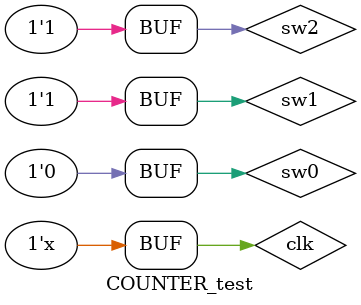
<source format=v>
`timescale 1ns / 1ps


module COUNTER_test;

	// Inputs
	reg clk;
	reg sw0;
	reg sw1;
	reg sw2;

	// Outputs
	wire [7:0] led012;
	wire [7:0] led567;

	// Instantiate the Unit Under Test (UUT)
	UPDOWNCOUNTER uut (
		.clk(clk), 
		.sw0(sw0), 
		.sw1(sw1), 
		.sw2(sw2), 
		.led012(led012), 
		.led567(led567)
	);
always
begin
#10;clk=~clk;
end
	initial begin
		// Initialize Inputs
		clk = 0;
		sw2 = 0;
		sw0 = 0;
		#2000;
		sw0 = 1;
		#2000;
		sw1 = 0;
		#500;
		sw1 = 1;
		#500;
		sw2 = 1;
		sw0 = 1;
		#2000;
		sw0 = 0;
		#2000;
		sw1 = 0;
		#500;
		sw1 = 1;
		#500;

		// Wait 100 ns for global reset to finish
		#100;
        
		// Add stimulus here

	end
      
endmodule


</source>
